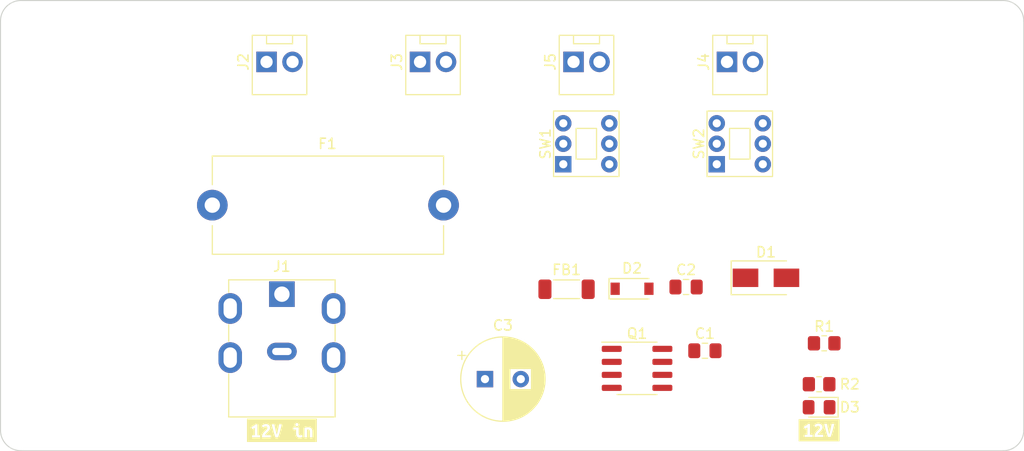
<source format=kicad_pcb>
(kicad_pcb (version 20211014) (generator pcbnew)
  (layers (0 "F.Cu" signal) (31 "B.Cu" signal) (34 "B.Paste" user) (35 "F.Paste" user) (36 "B.SilkS" user "B.Silkscreen") (37 "F.SilkS" user "F.Silkscreen") (38 "B.Mask" user) (39 "F.Mask" user) (44 "Edge.Cuts" user))
  (net 0 "")
  (net 1 "GND")
  (net 2 "Net-(D1-Pad2)")
  (net 3 "Net-(F1-Pad1)")
  (net 4 "+12V")
  (net 5 "Net-(C1-Pad2)")
  (net 6 "Net-(D2-Pad2)")
  (net 7 "Net-(D3-Pad2)")
  (net 8 "Net-(J5-Pad1)")
  (net 11 "Net-(J4-Pad1)")
  (footprint "MountingHole:MountingHole_5.3mm_M5" (layer "F.Cu") (at 100 100)
    (fp_text reference "H3" hide)
    (fp_text value "MountingHole")
    (pad "" np_thru_hole circle (at 0 0) (size 5.3 5.3) (drill 5.3) (layers *.Cu *.Mask))
  )
  (footprint "Capacitor_SMD:C_0805_2012Metric_Pad1.18x1.45mm_HandSolder" (layer "F.Cu") (at 157 94)
    (fp_text reference "C2" (at 0 -1.68) (layer "F.SilkS"))
    (fp_text value "0.1uC")
    (fp_line (start -0.261252 0.735) (end 0.261252 0.735) (layer "F.SilkS") (width 0.12))
    (fp_line (start -0.261252 -0.735) (end 0.261252 -0.735) (layer "F.SilkS") (width 0.12))
    (pad "1" smd roundrect (at -1.0375 0) (size 1.175 1.45) (layers "F.Cu" "F.Paste" "F.Mask") (roundrect_rratio 0.212766) (net 1 "GND"))
    (pad "2" smd roundrect (at 1.0375 0) (size 1.175 1.45) (layers "F.Cu" "F.Paste" "F.Mask") (roundrect_rratio 0.212766) (net 4 "+12V"))
  )
  (footprint "Diode_SMD:D_0805_2012Metric_Pad1.15x1.40mm_HandSolder" (layer "F.Cu") (at 170 105.75 180)
    (fp_text reference "D3" (at -3 0) (layer "F.SilkS"))
    (fp_text value "LED")
    (fp_line (start -1.86 -0.96) (end -1.86 0.96) (layer "F.SilkS") (width 0.12))
    (fp_line (start 1 -0.96) (end -1.86 -0.96) (layer "F.SilkS") (width 0.12))
    (fp_line (start -1.86 0.96) (end 1 0.96) (layer "F.SilkS") (width 0.12))
    (pad "1" smd roundrect (at -1.025 0 180) (size 1.15 1.4) (layers "F.Cu" "F.Paste" "F.Mask") (roundrect_rratio 0.217391) (net 1 "GND"))
    (pad "2" smd roundrect (at 1.025 0 180) (size 1.15 1.4) (layers "F.Cu" "F.Paste" "F.Mask") (roundrect_rratio 0.217391) (net 7 "Net-(D3-Pad2)"))
  )
  (footprint "Capacitor_THT:CP_Radial_D8.0mm_P3.50mm" (layer "F.Cu") (at 137.347349 103)
    (fp_text reference "C3" (at 1.75 -5.25) (layer "F.SilkS"))
    (fp_text value "220uC")
    (fp_line (start 4.191 1.04) (end 4.191 3.28) (layer "F.SilkS") (width 0.12))
    (fp_line (start 3.431 -3.722) (end 3.431 -1.04) (layer "F.SilkS") (width 0.12))
    (fp_line (start 3.871 1.04) (end 3.871 3.493) (layer "F.SilkS") (width 0.12))
    (fp_line (start 5.591 -1.453) (end 5.591 1.453) (layer "F.SilkS") (width 0.12))
    (fp_line (start 4.391 -3.124) (end 4.391 -1.04) (layer "F.SilkS") (width 0.12))
    (fp_line (start 4.831 -2.697) (end 4.831 2.697) (layer "F.SilkS") (width 0.12))
    (fp_line (start 2.591 1.04) (end 2.591 3.994) (layer "F.SilkS") (width 0.12))
    (fp_line (start 2.35 -4.037) (end 2.35 4.037) (layer "F.SilkS") (width 0.12))
    (fp_line (start 3.591 1.04) (end 3.591 3.647) (layer "F.SilkS") (width 0.12))
    (fp_line (start 4.351 -3.156) (end 4.351 -1.04) (layer "F.SilkS") (width 0.12))
    (fp_line (start 2.911 1.04) (end 2.911 3.914) (layer "F.SilkS") (width 0.12))
    (fp_line (start 4.231 -3.25) (end 4.231 -1.04) (layer "F.SilkS") (width 0.12))
    (fp_line (start 2.671 1.04) (end 2.671 3.976) (layer "F.SilkS") (width 0.12))
    (fp_line (start 2.831 -3.936) (end 2.831 -1.04) (layer "F.SilkS") (width 0.12))
    (fp_line (start 5.471 -1.731) (end 5.471 1.731) (layer "F.SilkS") (width 0.12))
    (fp_line (start 1.91 -4.077) (end 1.91 4.077) (layer "F.SilkS") (width 0.12))
    (fp_line (start 2.511 1.04) (end 2.511 4.01) (layer "F.SilkS") (width 0.12))
    (fp_line (start 1.87 -4.079) (end 1.87 4.079) (layer "F.SilkS") (width 0.12))
    (fp_line (start 5.711 -1.098) (end 5.711 1.098) (layer "F.SilkS") (width 0.12))
    (fp_line (start 1.83 -4.08) (end 1.83 4.08) (layer "F.SilkS") (width 0.12))
    (fp_line (start 4.751 -2.784) (end 4.751 2.784) (layer "F.SilkS") (width 0.12))
    (fp_line (start 3.191 -3.821) (end 3.191 -1.04) (layer "F.SilkS") (width 0.12))
    (fp_line (start 3.071 -3.863) (end 3.071 -1.04) (layer "F.SilkS") (width 0.12))
    (fp_line (start 3.391 -3.74) (end 3.391 -1.04) (layer "F.SilkS") (width 0.12))
    (fp_line (start 5.311 -2.034) (end 5.311 2.034) (layer "F.SilkS") (width 0.12))
    (fp_line (start 2.631 1.04) (end 2.631 3.985) (layer "F.SilkS") (width 0.12))
    (fp_line (start 2.591 -3.994) (end 2.591 -1.04) (layer "F.SilkS") (width 0.12))
    (fp_line (start 5.671 -1.229) (end 5.671 1.229) (layer "F.SilkS") (width 0.12))
    (fp_line (start -2.259698 -2.715) (end -2.259698 -1.915) (layer "F.SilkS") (width 0.12))
    (fp_line (start 2.991 1.04) (end 2.991 3.889) (layer "F.SilkS") (width 0.12))
    (fp_line (start 3.751 -3.562) (end 3.751 -1.04) (layer "F.SilkS") (width 0.12))
    (fp_line (start 3.911 -3.469) (end 3.911 -1.04) (layer "F.SilkS") (width 0.12))
    (fp_line (start 4.311 1.04) (end 4.311 3.189) (layer "F.SilkS") (width 0.12))
    (fp_line (start 2.03 -4.071) (end 2.03 4.071) (layer "F.SilkS") (width 0.12))
    (fp_line (start 5.351 -1.964) (end 5.351 1.964) (layer "F.SilkS") (width 0.12))
    (fp_line (start 3.711 1.04) (end 3.711 3.584) (layer "F.SilkS") (width 0.12))
    (fp_line (start 2.551 1.04) (end 2.551 4.002) (layer "F.SilkS") (width 0.12))
    (fp_line (start 2.871 1.04) (end 2.871 3.925) (layer "F.SilkS") (width 0.12))
    (fp_line (start 5.151 -2.287) (end 5.151 2.287) (layer "F.SilkS") (width 0.12))
    (fp_line (start 5.271 -2.102) (end 5.271 2.102) (layer "F.SilkS") (width 0.12))
    (fp_line (start 4.151 -3.309) (end 4.151 -1.04) (layer "F.SilkS") (width 0.12))
    (fp_line (start 4.631 -2.907) (end 4.631 2.907) (layer "F.SilkS") (width 0.12))
    (fp_line (start 5.631 -1.346) (end 5.631 1.346) (layer "F.SilkS") (width 0.12))
    (fp_line (start 3.951 -3.444) (end 3.951 -1.04) (layer "F.SilkS") (width 0.12))
    (fp_line (start 4.791 -2.741) (end 4.791 2.741) (layer "F.SilkS") (width 0.12))
    (fp_line (start 3.271 1.04) (end 3.271 3.79) (layer "F.SilkS") (width 0.12))
    (fp_line (start 3.271 -3.79) (end 3.271 -1.04) (layer "F.SilkS") (width 0.12))
    (fp_line (start 3.671 1.04) (end 3.671 3.606) (layer "F.SilkS") (width 0.12))
    (fp_line (start 4.431 1.04) (end 4.431 3.09) (layer "F.SilkS") (width 0.12))
    (fp_line (start 3.551 -3.666) (end 3.551 -1.04) (layer "F.SilkS") (width 0.12))
    (fp_line (start 4.511 1.04) (end 4.511 3.019) (layer "F.SilkS") (width 0.12))
    (fp_line (start 1.79 -4.08) (end 1.79 4.08) (layer "F.SilkS") (width 0.12))
    (fp_line (start 3.311 1.04) (end 3.311 3.774) (layer "F.SilkS") (width 0.12))
    (fp_line (start 3.631 -3.627) (end 3.631 -1.04) (layer "F.SilkS") (width 0.12))
    (fp_line (start 2.711 -3.967) (end 2.711 -1.04) (layer "F.SilkS") (width 0.12))
    (fp_line (start 2.991 -3.889) (end 2.991 -1.04) (layer "F.SilkS") (width 0.12))
    (fp_line (start 4.311 -3.189) (end 4.311 -1.04) (layer "F.SilkS") (width 0.12))
    (fp_line (start 2.511 -4.01) (end 2.511 -1.04) (layer "F.SilkS") (width 0.12))
    (fp_line (start 4.271 1.04) (end 4.271 3.22) (layer "F.SilkS") (width 0.12))
    (fp_line (start 4.471 -3.055) (end 4.471 -1.04) (layer "F.SilkS") (width 0.12))
    (fp_line (start 2.27 -4.048) (end 2.27 4.048) (layer "F.SilkS") (width 0.12))
    (fp_line (start 2.471 -4.017) (end 2.471 -1.04) (layer "F.SilkS") (width 0.12))
    (fp_line (start 2.791 1.04) (end 2.791 3.947) (layer "F.SilkS") (width 0.12))
    (fp_line (start 3.631 1.04) (end 3.631 3.627) (layer "F.SilkS") (width 0.12))
    (fp_line (start 2.23 -4.052) (end 2.23 4.052) (layer "F.SilkS") (width 0.12))
    (fp_line (start 1.99 -4.074) (end 1.99 4.074) (layer "F.SilkS") (width 0.12))
    (fp_line (start 3.351 1.04) (end 3.351 3.757) (layer "F.SilkS") (width 0.12))
    (fp_line (start 2.07 -4.068) (end 2.07 4.068) (layer "F.SilkS") (width 0.12))
    (fp_line (start 4.591 -2.945) (end 4.591 2.945) (layer "F.SilkS") (width 0.12))
    (fp_line (start 3.031 -3.877) (end 3.031 -1.04) (layer "F.SilkS") (width 0.12))
    (fp_line (start 2.751 1.04) (end 2.751 3.957) (layer "F.SilkS") (width 0.12))
    (fp_line (start 3.511 1.04) (end 3.511 3.686) (layer "F.SilkS") (width 0.12))
    (fp_line (start 3.391 1.04) (end 3.391 3.74) (layer "F.SilkS") (width 0.12))
    (fp_line (start 4.911 -2.604) (end 4.911 2.604) (layer "F.SilkS") (width 0.12))
    (fp_line (start 3.551 1.04) (end 3.551 3.666) (layer "F.SilkS") (width 0.12))
    (fp_line (start 4.431 -3.09) (end 4.431 -1.04) (layer "F.SilkS") (width 0.12))
    (fp_line (start 2.15 -4.061) (end 2.15 4.061) (layer "F.SilkS") (width 0.12))
    (fp_line (start 3.951 1.04) (end 3.951 3.444) (layer "F.SilkS") (width 0.12))
    (fp_line (start 5.111 -2.345) (end 5.111 2.345) (layer "F.SilkS") (width 0.12))
    (fp_line (start 3.471 -3.704) (end 3.471 -1.04) (layer "F.SilkS") (width 0.12))
    (fp_line (start 3.071 1.04) (end 3.071 3.863) (layer "F.SilkS") (width 0.12))
    (fp_line (start 2.631 -3.985) (end 2.631 -1.04) (layer "F.SilkS") (width 0.12))
    (fp_line (start 3.991 1.04) (end 3.991 3.418) (layer "F.SilkS") (width 0.12))
    (fp_line (start 1.95 -4.076) (end 1.95 4.076) (layer "F.SilkS") (width 0.12))
    (fp_line (start 3.351 -3.757) (end 3.351 -1.04) (layer "F.SilkS") (width 0.12))
    (fp_line (start 4.031 1.04) (end 4.031 3.392) (layer "F.SilkS") (width 0.12))
    (fp_line (start 3.911 1.04) (end 3.911 3.469) (layer "F.SilkS") (width 0.12))
    (fp_line (start 3.511 -3.686) (end 3.511 -1.04) (layer "F.SilkS") (width 0.12))
    (fp_line (start 4.391 1.04) (end 4.391 3.124) (layer "F.SilkS") (width 0.12))
    (fp_line (start 4.271 -3.22) (end 4.271 -1.04) (layer "F.SilkS") (width 0.12))
    (fp_line (start 2.39 -4.03) (end 2.39 4.03) (layer "F.SilkS") (width 0.12))
    (fp_line (start 2.711 1.04) (end 2.711 3.967) (layer "F.SilkS") (width 0.12))
    (fp_line (start 2.751 -3.957) (end 2.751 -1.04) (layer "F.SilkS") (width 0.12))
    (fp_line (start 4.111 -3.338) (end 4.111 -1.04) (layer "F.SilkS") (width 0.12))
    (fp_line (start 3.151 1.04) (end 3.151 3.835) (layer "F.SilkS") (width 0.12))
    (fp_line (start 5.831 -0.533) (end 5.831 0.533) (layer "F.SilkS") (width 0.12))
    (fp_line (start 3.671 -3.606) (end 3.671 -1.04) (layer "F.SilkS") (width 0.12))
    (fp_line (start 4.471 1.04) (end 4.471 3.055) (layer "F.SilkS") (width 0.12))
    (fp_line (start 2.31 -4.042) (end 2.31 4.042) (layer "F.SilkS") (width 0.12))
    (fp_line (start 5.511 -1.645) (end 5.511 1.645) (layer "F.SilkS") (width 0.12))
    (fp_line (start 3.791 1.04) (end 3.791 3.54) (layer "F.SilkS") (width 0.12))
    (fp_line (start 2.831 1.04) (end 2.831 3.936) (layer "F.SilkS") (width 0.12))
    (fp_line (start 3.111 1.04) (end 3.111 3.85) (layer "F.SilkS") (width 0.12))
    (fp_line (start 4.071 1.04) (end 4.071 3.365) (layer "F.SilkS") (width 0.12))
    (fp_line (start 4.191 -3.28) (end 4.191 -1.04) (layer "F.SilkS") (width 0.12))
    (fp_line (start 5.391 -1.89) (end 5.391 1.89) (layer "F.SilkS") (width 0.12))
    (fp_line (start 4.671 -2.867) (end 4.671 2.867) (layer "F.SilkS") (width 0.12))
    (fp_line (start -2.659698 -2.315) (end -1.859698 -2.315) (layer "F.SilkS") (width 0.12))
    (fp_line (start 4.551 -2.983) (end 4.551 2.983) (layer "F.SilkS") (width 0.12))
    (fp_line (start 4.111 1.04) (end 4.111 3.338) (layer "F.SilkS") (width 0.12))
    (fp_line (start 5.191 -2.228) (end 5.191 2.228) (layer "F.SilkS") (width 0.12))
    (fp_line (start 3.231 -3.805) (end 3.231 -1.04) (layer "F.SilkS") (width 0.12))
    (fp_line (start 3.751 1.04) (end 3.751 3.562) (layer "F.SilkS") (width 0.12))
    (fp_line (start 4.511 -3.019) (end 4.511 -1.04) (layer "F.SilkS") (width 0.12))
    (fp_line (start 4.871 -2.651) (end 4.871 2.651) (layer "F.SilkS") (width 0.12))
    (fp_line (start 2.951 -3.902) (end 2.951 -1.04) (layer "F.SilkS") (width 0.12))
    (fp_line (start 3.831 -3.517) (end 3.831 -1.04) (layer "F.SilkS") (width 0.12))
    (fp_line (start 2.871 -3.925) (end 2.871 -1.04) (layer "F.SilkS") (width 0.12))
    (fp_line (start 3.831 1.04) (end 3.831 3.517) (layer "F.SilkS") (width 0.12))
    (fp_line (start 3.311 -3.774) (end 3.311 -1.04) (layer "F.SilkS") (width 0.12))
    (fp_line (start 1.75 -4.08) (end 1.75 4.08) (layer "F.SilkS") (width 0.12))
    (fp_line (start 5.551 -1.552) (end 5.551 1.552) (layer "F.SilkS") (width 0.12))
    (fp_line (start 3.191 1.04) (end 3.191 3.821) (layer "F.SilkS") (width 0.12))
    (fp_line (start 4.951 -2.556) (end 4.951 2.556) (layer "F.SilkS") (width 0.12))
    (fp_line (start 4.711 -2.826) (end 4.711 2.826) (layer "F.SilkS") (width 0.12))
    (fp_line (start 3.031 1.04) (end 3.031 3.877) (layer "F.SilkS") (width 0.12))
    (fp_line (start 2.19 -4.057) (end 2.19 4.057) (layer "F.SilkS") (width 0.12))
    (fp_line (start 3.991 -3.418) (end 3.991 -1.04) (layer "F.SilkS") (width 0.12))
    (fp_line (start 3.791 -3.54) (end 3.791 -1.04) (layer "F.SilkS") (width 0.12))
    (fp_line (start 5.431 -1.813) (end 5.431 1.813) (layer "F.SilkS") (width 0.12))
    (fp_line (start 2.471 1.04) (end 2.471 4.017) (layer "F.SilkS") (width 0.12))
    (fp_line (start 4.231 1.04) (end 4.231 3.25) (layer "F.SilkS") (width 0.12))
    (fp_line (start 2.11 -4.065) (end 2.11 4.065) (layer "F.SilkS") (width 0.12))
    (fp_line (start 4.031 -3.392) (end 4.031 -1.04) (layer "F.SilkS") (width 0.12))
    (fp_line (start 4.351 1.04) (end 4.351 3.156) (layer "F.SilkS") (width 0.12))
    (fp_line (start 3.431 1.04) (end 3.431 3.722) (layer "F.SilkS") (width 0.12))
    (fp_line (start 3.231 1.04) (end 3.231 3.805) (layer "F.SilkS") (width 0.12))
    (fp_line (start 2.951 1.04) (end 2.951 3.902) (layer "F.SilkS") (width 0.12))
    (fp_line (start 3.111 -3.85) (end 3.111 -1.04) (layer "F.SilkS") (width 0.12))
    (fp_line (start 2.671 -3.976) (end 2.671 -1.04) (layer "F.SilkS") (width 0.12))
    (fp_line (start 3.871 -3.493) (end 3.871 -1.04) (layer "F.SilkS") (width 0.12))
    (fp_line (start 3.711 -3.584) (end 3.711 -1.04) (layer "F.SilkS") (width 0.12))
    (fp_line (start 2.43 -4.024) (end 2.43 4.024) (layer "F.SilkS") (width 0.12))
    (fp_line (start 4.151 1.04) (end 4.151 3.309) (layer "F.SilkS") (width 0.12))
    (fp_line (start 5.071 -2.4) (end 5.071 2.4) (layer "F.SilkS") (width 0.12))
    (fp_line (start 4.071 -3.365) (end 4.071 -1.04) (layer "F.SilkS") (width 0.12))
    (fp_line (start 3.151 -3.835) (end 3.151 -1.04) (layer "F.SilkS") (width 0.12))
    (fp_line (start 3.591 -3.647) (end 3.591 -1.04) (layer "F.SilkS") (width 0.12))
    (fp_line (start 2.911 -3.914) (end 2.911 -1.04) (layer "F.SilkS") (width 0.12))
    (fp_line (start 5.231 -2.166) (end 5.231 2.166) (layer "F.SilkS") (width 0.12))
    (fp_line (start 3.471 1.04) (end 3.471 3.704) (layer "F.SilkS") (width 0.12))
    (fp_line (start 4.991 -2.505) (end 4.991 2.505) (layer "F.SilkS") (width 0.12))
    (fp_line (start 5.031 -2.454) (end 5.031 2.454) (layer "F.SilkS") (width 0.12))
    (fp_line (start 5.791 -0.768) (end 5.791 0.768) (layer "F.SilkS") (width 0.12))
    (fp_line (start 2.791 -3.947) (end 2.791 -1.04) (layer "F.SilkS") (width 0.12))
    (fp_line (start 5.751 -0.948) (end 5.751 0.948) (layer "F.SilkS") (width 0.12))
    (fp_line (start 2.551 -4.002) (end 2.551 -1.04) (layer "F.SilkS") (width 0.12))
    (fp_circle (center 1.75 0) (end 5.87 0) (layer "F.SilkS") (width 0.12) (fill none))
    (pad "1" thru_hole rect (at 0 0) (size 1.6 1.6) (drill 0.8) (layers *.Cu *.Mask) (net 4 "+12V"))
    (pad "2" thru_hole circle (at 3.5 0) (size 1.6 1.6) (drill 0.8) (layers *.Cu *.Mask) (net 1 "GND"))
  )
  (footprint "Fuse:Fuseholder_Cylinder-5x20mm_Stelvio-Kontek_PTF78_Horizontal_Open" (layer "F.Cu") (at 110.7 86)
    (fp_text reference "F1" (at 11.25 -6) (layer "F.SilkS"))
    (fp_text value "Fuse")
    (fp_line (start 0 4.8) (end 0 2) (layer "F.SilkS") (width 0.12))
    (fp_line (start 22.6 4.8) (end 22.6 2) (layer "F.SilkS") (width 0.12))
    (fp_line (start 22.6 -2) (end 22.6 -4.8) (layer "F.SilkS") (width 0.12))
    (fp_line (start 0 4.8) (end 22.6 4.8) (layer "F.SilkS") (width 0.12))
    (fp_line (start 0 -4.8) (end 22.6 -4.8) (layer "F.SilkS") (width 0.12))
    (fp_line (start 0 -2) (end 0 -4.8) (layer "F.SilkS") (width 0.12))
    (pad "1" thru_hole circle (at 0 0) (size 3 3) (drill 1.5) (layers *.Cu *.Mask) (net 3 "Net-(F1-Pad1)"))
    (pad "2" thru_hole circle (at 22.6 0) (size 3 3) (drill 1.5) (layers *.Cu *.Mask) (net 2 "Net-(D1-Pad2)"))
  )
  (footprint "Button_Switch_THT_custom:SW_Push_2P2T_Toggle_Generic_5_8_x_5_8" (layer "F.Cu") (at 162.25 80 90)
    (fp_text reference "SW2" (at 0 -4 90) (layer "F.SilkS"))
    (fp_text value "SW_Push_DPDT")
    (fp_rect (start -3.2 -3.2) (end 3.2 3.2) (layer "F.SilkS") (width 0.12) (fill none))
    (fp_rect (start -1.5 -1) (end 1.5 1) (layer "F.SilkS") (width 0.12) (fill none))
    (pad "1" thru_hole rect (at -2 -2.25 90) (size 1.6 1.6) (drill 0.8) (layers *.Cu *.Mask))
    (pad "2" thru_hole circle (at 0 -2.25 90) (size 1.6 1.6) (drill 0.8) (layers *.Cu *.Mask) (net 4 "+12V"))
    (pad "3" thru_hole circle (at 2 -2.25 90) (size 1.6 1.6) (drill 0.8) (layers *.Cu *.Mask) (net 11 "Net-(J4-Pad1)"))
    (pad "4" thru_hole circle (at -2 2.25 90) (size 1.6 1.6) (drill 0.8) (layers *.Cu *.Mask))
    (pad "5" thru_hole circle (at 0 2.25 90) (size 1.6 1.6) (drill 0.8) (layers *.Cu *.Mask) (net 4 "+12V"))
    (pad "6" thru_hole circle (at 2 2.25 90) (size 1.6 1.6) (drill 0.8) (layers *.Cu *.Mask) (net 11 "Net-(J4-Pad1)"))
  )
  (footprint "Button_Switch_THT_custom:SW_Push_2P2T_Toggle_Generic_5_8_x_5_8" (layer "F.Cu") (at 147.25 80 90)
    (fp_text reference "SW1" (at 0 -4 90) (layer "F.SilkS"))
    (fp_text value "SW_Push_DPDT")
    (fp_rect (start -3.2 -3.2) (end 3.2 3.2) (layer "F.SilkS") (width 0.12) (fill none))
    (fp_rect (start -1.5 -1) (end 1.5 1) (layer "F.SilkS") (width 0.12) (fill none))
    (pad "1" thru_hole rect (at -2 -2.25 90) (size 1.6 1.6) (drill 0.8) (layers *.Cu *.Mask))
    (pad "2" thru_hole circle (at 0 -2.25 90) (size 1.6 1.6) (drill 0.8) (layers *.Cu *.Mask) (net 4 "+12V"))
    (pad "3" thru_hole circle (at 2 -2.25 90) (size 1.6 1.6) (drill 0.8) (layers *.Cu *.Mask) (net 8 "Net-(J5-Pad1)"))
    (pad "4" thru_hole circle (at -2 2.25 90) (size 1.6 1.6) (drill 0.8) (layers *.Cu *.Mask))
    (pad "5" thru_hole circle (at 0 2.25 90) (size 1.6 1.6) (drill 0.8) (layers *.Cu *.Mask) (net 4 "+12V"))
    (pad "6" thru_hole circle (at 2 2.25 90) (size 1.6 1.6) (drill 0.8) (layers *.Cu *.Mask) (net 8 "Net-(J5-Pad1)"))
  )
  (footprint "Connector_custom:HC-2510-2A" (layer "F.Cu") (at 146 72 90)
    (fp_text reference "J5" (at 0 -2.27 90) (layer "F.SilkS"))
    (fp_text value "12V PWR")
    (fp_line (start 1.778 2.54) (end 2.54 2.54) (layer "F.SilkS") (width 0.12))
    (fp_line (start 1.778 0) (end 1.778 2.54) (layer "F.SilkS") (width 0.12))
    (fp_line (start 2.54 0) (end 1.778 0) (layer "F.SilkS") (width 0.12))
    (fp_rect (start -3.2 -1.395) (end 2.6 3.935) (layer "F.SilkS") (width 0.12) (fill none))
    (pad "1" thru_hole rect (at 0 0 90) (size 2 2) (drill 1.2) (layers *.Cu *.Mask) (net 8 "Net-(J5-Pad1)"))
    (pad "2" thru_hole circle (at 0 2.54 90) (size 2 2) (drill 1.2) (layers *.Cu *.Mask) (net 1 "GND"))
  )
  (footprint "Resistor_SMD:R_0805_2012Metric_Pad1.20x1.40mm_HandSolder" (layer "F.Cu") (at 170.5 99.5)
    (fp_text reference "R1" (at 0 -1.65) (layer "F.SilkS"))
    (fp_text value "10kR")
    (fp_line (start -0.227064 0.735) (end 0.227064 0.735) (layer "F.SilkS") (width 0.12))
    (fp_line (start -0.227064 -0.735) (end 0.227064 -0.735) (layer "F.SilkS") (width 0.12))
    (pad "1" smd roundrect (at -1 0) (size 1.2 1.4) (layers "F.Cu" "F.Paste" "F.Mask") (roundrect_rratio 0.208333) (net 6 "Net-(D2-Pad2)"))
    (pad "2" smd roundrect (at 1 0) (size 1.2 1.4) (layers "F.Cu" "F.Paste" "F.Mask") (roundrect_rratio 0.208333) (net 1 "GND"))
  )
  (footprint "Connector_BarrelJack_custom:BarrelJack_DC-042C-W-2.5_Horizontal" (layer "F.Cu") (at 117.5 106.5 180)
    (fp_text reference "J1" (at 0 14.5) (layer "F.SilkS"))
    (fp_text value "Barrel_Jack_Switch")
    (fp_line (start -5.2 7.2) (end -5.2 8.8) (layer "F.SilkS") (width 0.12))
    (fp_line (start -5.2 -0.2) (end -5.2 4) (layer "F.SilkS") (width 0.12))
    (fp_line (start -5.2 -0.2) (end 5.2 -0.2) (layer "F.SilkS") (width 0.12))
    (fp_line (start -5.2 12) (end -5.2 13.2) (layer "F.SilkS") (width 0.12))
    (fp_line (start 5.2 7.2) (end 5.2 8.8) (layer "F.SilkS") (width 0.12))
    (fp_line (start -5.2 13.2) (end 5.2 13.2) (layer "F.SilkS") (width 0.12))
    (fp_line (start 5.2 -0.2) (end 5.2 4) (layer "F.SilkS") (width 0.12))
    (fp_line (start 5.2 13.2) (end 5.2 12) (layer "F.SilkS") (width 0.12))
    (pad "" np_thru_hole circle (at 0 2.9 180) (size 1.7 1.7) (drill 1.7) (layers F&B.Cu *.Mask))
    (pad "1" thru_hole rect (at 0 11.8 180) (size 2.5 2.5) (drill 1.5) (layers *.Cu *.Mask) (net 3 "Net-(F1-Pad1)"))
    (pad "2" thru_hole oval (at -5.05 5.6 180) (size 2.3 3) (drill oval 1.3 2) (layers *.Cu *.Mask) (net 1 "GND"))
    (pad "2" thru_hole oval (at 5.05 10.4 180) (size 2.3 3) (drill oval 1.3 2) (layers *.Cu *.Mask) (net 1 "GND"))
    (pad "2" thru_hole oval (at 5.05 5.6 180) (size 2.3 3) (drill oval 1.3 2) (layers *.Cu *.Mask) (net 1 "GND"))
    (pad "2" thru_hole oval (at -5.05 10.4 180) (size 2.3 3) (drill oval 1.3 2) (layers *.Cu *.Mask) (net 1 "GND"))
    (pad "3" thru_hole oval (at 0 6.2 180) (size 2.9 1.7) (drill oval 1.9 0.7) (layers *.Cu *.Mask) (net 1 "GND"))
  )
  (footprint "MountingHole:MountingHole_5.3mm_M5" (layer "F.Cu") (at 100 75)
    (fp_text reference "H1" hide)
    (fp_text value "MountingHole")
    (pad "" np_thru_hole circle (at 0 0) (size 5.3 5.3) (drill 5.3) (layers *.Cu *.Mask))
  )
  (footprint "kibuzzard-6388F459" (layer "F.Cu") (at 117.5 108)
    (fp_text reference "kibuzzard-6388F459" hide)
    (fp_text value "G***" hide)
    (fp_poly (pts (xy -2.985214 -1.147101) (xy -3.415162 -1.147101) (xy -3.415162 1.147101) (xy -2.985214 1.147101) (xy -2.137013 1.147101) (xy -2.137013 0.694452) (xy -2.912983 0.694452) (xy -2.912983 0.483949) (xy -2.644696 0.483949) (xy -2.644696 -0.230108) (xy -2.776776 -0.156845) (xy -2.902664 -0.106283) (xy -2.985214 -0.316786) (xy -2.877899 -0.364252) (xy -2.762329 -0.428228) (xy -2.652951 -0.502523) (xy -2.564209 -0.583009) (xy -2.390854 -0.583009) (xy -2.390854 0.483949) (xy -2.137013 0.483949) (xy -2.137013 0.694452) (xy -2.137013 1.147101) (xy -1.098947 1.147101) (xy -1.098947 0.694452) (xy -1.932702 0.694452) (xy -1.937861 0.642858) (xy -1.936829 0.599519) (xy -1.927285 0.500459) (xy -1.89865 0.409654) (xy -1.855311 0.32633) (xy -1.801654 0.249714) (xy -1.740773 0.17903) (xy -1.675765 0.113506) (xy -1.610757 0.051852) (xy -1.549876 -0.007223) (xy -1.45288 -0.118666) (xy -1.414701 -0.228044) (xy -1.462167 -0.348774) (xy -1.581864 -0.391081) (xy -1.707753 -0.362188) (xy -1.837769 -0.265192) (xy -1.963658 -0.442674) (xy -1.874659 -0.518001) (xy -1.772761 -0.570627) (xy -1.664672 -0.601583) (xy -1.557099 -0.611902) (xy -1.406446 -0.589201) (xy -1.278493 -0.521097) (xy -1.189752 -0.406559) (xy -1.156732 -0.246618) (xy -1.181497 -0.119697) (xy -1.247537 -0.001032) (xy -1.340406 0.110411) (xy -1.445657 0.213598) (xy -1.507569 0.272415) (xy -1.573609 0.342583) (xy -1.626235 0.415846) (xy -1.647904 0.483949) (xy -1.098947 0.483949) (xy -1.098947 0.694452) (xy -1.098947 1.147101) (xy -0.636667 1.147101) (xy -0.636667 0.694452) (xy -0.687745 0.542766) (xy -0.741918 0.372507) (xy -0.778378 0.252924) (xy -0.813461 0.13357) (xy -0.847169 0.014446) (xy -0.879043 -0.102385) (xy -0.908623 -0.214859) (xy -0.935911 -0.322977) (xy -0.969963 -0.467439) (xy -0.993696 -0.583009) (xy -0.725408 -0.583009) (xy -0.70993 -0.475952) (xy -0.688261 -0.352901) (xy -0.662206 -0.219789) (xy -0.633571 -0.08255) (xy -0.602615 0.055721) (xy -0.569595 0.191929) (xy -0.535801 0.320139) (xy -0.502523 0.434419) (xy -0.469503 0.321687) (xy -0.436483 0.193993) (xy -0.404495 0.057785) (xy -0.374571 -0.080486) (xy -0.34671 -0.217984) (xy -0.320913 -0.351869) (xy -0.298212 -0.475694) (xy -0.279638 -0.583009) (xy -0.013414 -0.583009) (xy -0.041017 -0.451961) (xy -0.074295 -0.306467) (xy -0.11299 -0.14988) (xy -0.156845 0.014446) (xy -0.188833 0.127265) (xy -0.222885 0.241459) (xy -0.259001 0.357029) (xy -0.296607 0.472025) (xy -0.33513 0.5845) (xy -0.374571 0.694452) (xy -0.636667 0.694452) (xy -0.636667 1.147101) (xy 1.732518 1.147101) (xy 1.732518 0.717153) (xy 1.641455 0.70993) (xy 1.566386 0.688261) (xy 1.459071 0.604679) (xy 1.402318 0.471567) (xy 1.389936 0.387469) (xy 1.385808 0.292021) (xy 1.385808 -0.065008) (xy 1.117521 -0.065008) (xy 1.117521 -0.275511) (xy 1.468358 -0.275511) (xy 1.468358 -0.393144) (xy 1.355884 -0.436483) (xy 1.309449 -0.554117) (xy 1.355884 -0.673814) (xy 1.468358 -0.717153) (xy 1.581864 -0.673814) (xy 1.629331 -0.554117) (xy 1.581864 -0.436483) (xy 1.468358 -0.393144) (xy 1.468358 -0.275511) (xy 1.639649 -0.275511) (xy 1.639649 0.325041) (xy 1.671638 0.454025) (xy 1.777921 0.496332) (xy 1.862534 0.487045) (xy 1.973977 0.448866) (xy 2.006997 0.653177) (xy 1.859439 0.703739) (xy 1.732518 0.717153) (xy 1.732518 1.147101) (xy 2.985214 1.147101) (xy 2.985214 0.694452) (xy 2.731373 0.694452) (xy 2.731373 0.180578) (xy 2.723634 0.06346) (xy 2.700417 -0.015478) (xy 2.574528 -0.075327) (xy 2.517775 -0.073263) (xy 2.458958 -0.067072) (xy 2.458958 0.694452) (xy 2.205117 0.694452) (xy 2.205117 -0.244554) (xy 2.281218 -0.262612) (xy 2.373313 -0.279638) (xy 2.47779 -0.292021) (xy 2.591038 -0.296148) (xy 2.696805 -0.288151) (xy 2.782967 -0.26416) (xy 2.903696 -0.173355) (xy 2.966641 -0.03302) (xy 2.980571 0.052884) (xy 2.985214 0.147558) (xy 2.985214 0.694452) (xy 2.985214 1.147101) (xy 3.415162 1.147101) (xy 3.415162 -1.147101) (xy 2.985214 -1.147101) (xy -2.985214 -1.147101)) (layer "F.SilkS") (width 0) (fill solid))
  )
  (footprint "Diode_SMD:D_SMA" (layer "F.Cu") (at 164.81 93.1)
    (fp_text reference "D1" (at 0 -2.5) (layer "F.SilkS"))
    (fp_text value "SMAJ16CA")
    (fp_line (start -3.4 -1.65) (end -3.4 1.65) (layer "F.SilkS") (width 0.12))
    (fp_line (start -3.4 1.65) (end 2 1.65) (layer "F.SilkS") (width 0.12))
    (fp_line (start -3.4 -1.65) (end 2 -1.65) (layer "F.SilkS") (width 0.12))
    (pad "1" smd rect (at -2 0) (size 2.5 1.8) (layers "F.Cu" "F.Paste" "F.Mask") (net 1 "GND"))
    (pad "2" smd rect (at 2 0) (size 2.5 1.8) (layers "F.Cu" "F.Paste" "F.Mask") (net 2 "Net-(D1-Pad2)"))
  )
  (footprint "Connector_custom:HC-2510-2A" (layer "F.Cu") (at 116 72 90)
    (fp_text reference "J2" (at 0 -2.27 90) (layer "F.SilkS"))
    (fp_text value "12V PWR")
    (fp_line (start 1.778 2.54) (end 2.54 2.54) (layer "F.SilkS") (width 0.12))
    (fp_line (start 1.778 0) (end 1.778 2.54) (layer "F.SilkS") (width 0.12))
    (fp_line (start 2.54 0) (end 1.778 0) (layer "F.SilkS") (width 0.12))
    (fp_rect (start -3.2 -1.395) (end 2.6 3.935) (layer "F.SilkS") (width 0.12) (fill none))
    (pad "1" thru_hole rect (at 0 0 90) (size 2 2) (drill 1.2) (layers *.Cu *.Mask) (net 4 "+12V"))
    (pad "2" thru_hole circle (at 0 2.54 90) (size 2 2) (drill 1.2) (layers *.Cu *.Mask) (net 1 "GND"))
  )
  (footprint "Connector_custom:HC-2510-2A" (layer "F.Cu") (at 161 72 90)
    (fp_text reference "J4" (at 0 -2.27 90) (layer "F.SilkS"))
    (fp_text value "12V PWR")
    (fp_line (start 2.54 0) (end 1.778 0) (layer "F.SilkS") (width 0.12))
    (fp_line (start 1.778 2.54) (end 2.54 2.54) (layer "F.SilkS") (width 0.12))
    (fp_line (start 1.778 0) (end 1.778 2.54) (layer "F.SilkS") (width 0.12))
    (fp_rect (start -3.2 -1.395) (end 2.6 3.935) (layer "F.SilkS") (width 0.12) (fill none))
    (pad "1" thru_hole rect (at 0 0 90) (size 2 2) (drill 1.2) (layers *.Cu *.Mask) (net 11 "Net-(J4-Pad1)"))
    (pad "2" thru_hole circle (at 0 2.54 90) (size 2 2) (drill 1.2) (layers *.Cu *.Mask) (net 1 "GND"))
  )
  (footprint "Inductor_SMD:L_1806_4516Metric" (layer "F.Cu") (at 145.32 94.22)
    (fp_text reference "FB1" (at 0 -1.9) (layer "F.SilkS"))
    (fp_text value "FerriteBead")
    (fp_line (start -1.260242 0.91) (end 1.260242 0.91) (layer "F.SilkS") (width 0.12))
    (fp_line (start -1.260242 -0.91) (end 1.260242 -0.91) (layer "F.SilkS") (width 0.12))
    (pad "1" smd roundrect (at -2.1125 0) (size 1.275 1.9) (layers "F.Cu" "F.Paste" "F.Mask") (roundrect_rratio 0.196078) (net 5 "Net-(C1-Pad2)"))
    (pad "2" smd roundrect (at 2.1125 0) (size 1.275 1.9) (layers "F.Cu" "F.Paste" "F.Mask") (roundrect_rratio 0.196078) (net 4 "+12V"))
  )
  (footprint "Package_SO:SOIC-8_3.9x4.9mm_P1.27mm" (layer "F.Cu") (at 152.21 101.95)
    (fp_text reference "Q1" (at 0 -3.4) (layer "F.SilkS"))
    (fp_text value "DMP3037LSS-13")
    (fp_line (start 0 -2.56) (end -3.45 -2.56) (layer "F.SilkS") (width 0.12))
    (fp_line (start 0 -2.56) (end 1.95 -2.56) (layer "F.SilkS") (width 0.12))
    (fp_line (start 0 2.56) (end -1.95 2.56) (layer "F.SilkS") (width 0.12))
    (fp_line (start 0 2.56) (end 1.95 2.56) (layer "F.SilkS") (width 0.12))
    (pad "1" smd roundrect (at -2.475 -1.905) (size 1.95 0.6) (layers "F.Cu" "F.Paste" "F.Mask") (net 5 "Net-(C1-Pad2)"))
    (pad "2" smd roundrect (at -2.475 -0.635) (size 1.95 0.6) (layers "F.Cu" "F.Paste" "F.Mask") (net 5 "Net-(C1-Pad2)"))
    (pad "3" smd roundrect (at -2.475 0.635) (size 1.95 0.6) (layers "F.Cu" "F.Paste" "F.Mask") (net 5 "Net-(C1-Pad2)"))
    (pad "4" smd roundrect (at -2.475 1.905) (size 1.95 0.6) (layers "F.Cu" "F.Paste" "F.Mask") (net 6 "Net-(D2-Pad2)"))
    (pad "5" smd roundrect (at 2.475 1.905) (size 1.95 0.6) (layers "F.Cu" "F.Paste" "F.Mask") (net 2 "Net-(D1-Pad2)"))
    (pad "6" smd roundrect (at 2.475 0.635) (size 1.95 0.6) (layers "F.Cu" "F.Paste" "F.Mask") (net 2 "Net-(D1-Pad2)"))
    (pad "7" smd roundrect (at 2.475 -0.635) (size 1.95 0.6) (layers "F.Cu" "F.Paste" "F.Mask") (net 2 "Net-(D1-Pad2)"))
    (pad "8" smd roundrect (at 2.475 -1.905) (size 1.95 0.6) (layers "F.Cu" "F.Paste" "F.Mask") (net 2 "Net-(D1-Pad2)"))
  )
  (footprint "Capacitor_SMD:C_0805_2012Metric_Pad1.18x1.45mm_HandSolder" (layer "F.Cu") (at 158.84 100.23)
    (fp_text reference "C1" (at 0 -1.68) (layer "F.SilkS"))
    (fp_text value "0.1uC")
    (fp_line (start -0.261252 0.735) (end 0.261252 0.735) (layer "F.SilkS") (width 0.12))
    (fp_line (start -0.261252 -0.735) (end 0.261252 -0.735) (layer "F.SilkS") (width 0.12))
    (pad "1" smd roundrect (at -1.0375 0) (size 1.175 1.45) (layers "F.Cu" "F.Paste" "F.Mask") (roundrect_rratio 0.212766) (net 1 "GND"))
    (pad "2" smd roundrect (at 1.0375 0) (size 1.175 1.45) (layers "F.Cu" "F.Paste" "F.Mask") (roundrect_rratio 0.212766) (net 5 "Net-(C1-Pad2)"))
  )
  (footprint "MountingHole:MountingHole_5.3mm_M5" (layer "F.Cu") (at 180 100)
    (fp_text reference "H2" hide)
    (fp_text value "MountingHole")
    (pad "" np_thru_hole circle (at 0 0) (size 5.3 5.3) (drill 5.3) (layers *.Cu *.Mask))
  )
  (footprint "kibuzzard-6388F516" (layer "F.Cu") (at 170 108)
    (fp_text reference "kibuzzard-6388F516" hide)
    (fp_text value "G***" hide)
    (fp_poly (pts (xy -1.56931 -1.083125) (xy -1.999258 -1.083125) (xy -1.999258 1.083125) (xy -1.56931 1.083125) (xy -0.637699 1.083125) (xy -0.637699 0.653177) (xy -1.413669 0.653177) (xy -1.413669 0.442674) (xy -1.145381 0.442674) (xy -1.145381 -0.271383) (xy -1.277461 -0.19812) (xy -1.40335 -0.147558) (xy -1.4859 -0.358061) (xy -1.378585 -0.405527) (xy -1.263015 -0.469503) (xy -1.153636 -0.543798) (xy -1.064895 -0.624284) (xy -0.89154 -0.624284) (xy -0.89154 0.442674) (xy -0.637699 0.442674) (xy -0.637699 0.653177) (xy -0.637699 1.083125) (xy 0.400367 1.083125) (xy 0.400367 0.653177) (xy -0.433388 0.653177) (xy -0.438547 0.601583) (xy -0.437515 0.558244) (xy -0.42797 0.459184) (xy -0.399336 0.368379) (xy -0.355997 0.285055) (xy -0.302339 0.208439) (xy -0.241459 0.137755) (xy -0.176451 0.072231) (xy -0.111442 0.010577) (xy -0.050562 -0.048498) (xy 0.046434 -0.159941) (xy 0.084614 -0.269319) (xy 0.037147 -0.390049) (xy -0.08255 -0.432356) (xy -0.208439 -0.403463) (xy -0.338455 -0.306467) (xy -0.464344 -0.483949) (xy -0.375345 -0.559276) (xy -0.273447 -0.611902) (xy -0.165358 -0.642858) (xy -0.057785 -0.653177) (xy 0.092869 -0.630476) (xy 0.220821 -0.562372) (xy 0.309562 -0.447834) (xy 0.342582 -0.287893) (xy 0.317817 -0.160973) (xy 0.251777 -0.042307) (xy 0.158909 0.069136) (xy 0.053657 0.172323) (xy -0.008255 0.23114) (xy -0.074295 0.301308) (xy -0.126921 0.374571) (xy -0.14859 0.442674) (xy 0.400367 0.442674) (xy 0.400367 0.653177) (xy 0.400367 1.083125) (xy 0.862647 1.083125) (xy 0.862647 0.653177) (xy 0.81157 0.501491) (xy 0.757396 0.331232) (xy 0.720937 0.211649) (xy 0.685853 0.092295) (xy 0.652145 -0.026829) (xy 0.620272 -0.14366) (xy 0.590691 -0.256134) (xy 0.563404 -0.364252) (xy 0.529352 -0.508714) (xy 0.505619 -0.624284) (xy 0.773906 -0.624284) (xy 0.789384 -0.517227) (xy 0.811054 -0.394176) (xy 0.837109 -0.261064) (xy 0.865743 -0.123825) (xy 0.896699 0.014446) (xy 0.929719 0.150654) (xy 0.963513 0.278864) (xy 0.996791 0.393144) (xy 1.029811 0.280412) (xy 1.062831 0.152718) (xy 1.094819 0.01651) (xy 1.124744 -0.121761) (xy 1.152604 -0.259259) (xy 1.178401 -0.393144) (xy 1.201102 -0.516969) (xy 1.219676 -0.624284) (xy 1.4859 -0.624284) (xy 1.458297 -0.493236) (xy 1.425019 -0.347742) (xy 1.386324 -0.191155) (xy 1.342469 -0.026829) (xy 1.310481 0.08599) (xy 1.276429 0.200184) (xy 1.240314 0.315754) (xy 1.202708 0.43075) (xy 1.164184 0.543225) (xy 1.124744 0.653177) (xy 0.862647 0.653177) (xy 0.862647 1.083125) (xy 1.56931 1.083125) (xy 1.999258 1.083125) (xy 1.999258 -1.083125) (xy 1.56931 -1.083125) (xy -1.56931 -1.083125)) (layer "F.SilkS") (width 0) (fill solid))
  )
  (footprint "Connector_custom:HC-2510-2A" (layer "F.Cu") (at 131 72 90)
    (fp_text reference "J3" (at 0 -2.27 90) (layer "F.SilkS"))
    (fp_text value "12V PWR")
    (fp_line (start 2.54 0) (end 1.778 0) (layer "F.SilkS") (width 0.12))
    (fp_line (start 1.778 2.54) (end 2.54 2.54) (layer "F.SilkS") (width 0.12))
    (fp_line (start 1.778 0) (end 1.778 2.54) (layer "F.SilkS") (width 0.12))
    (fp_rect (start -3.2 -1.395) (end 2.6 3.935) (layer "F.SilkS") (width 0.12) (fill none))
    (pad "1" thru_hole rect (at 0 0 90) (size 2 2) (drill 1.2) (layers *.Cu *.Mask) (net 4 "+12V"))
    (pad "2" thru_hole circle (at 0 2.54 90) (size 2 2) (drill 1.2) (layers *.Cu *.Mask) (net 1 "GND"))
  )
  (footprint "Diode_SMD:D_SOD-123" (layer "F.Cu") (at 151.72 94.17)
    (fp_text reference "D2" (at 0 -2) (layer "F.SilkS"))
    (fp_text value "MMSZ5240BT1G")
    (fp_line (start -2.25 -1) (end 1.65 -1) (layer "F.SilkS") (width 0.12))
    (fp_line (start -2.25 -1) (end -2.25 1) (layer "F.SilkS") (width 0.12))
    (fp_line (start -2.25 1) (end 1.65 1) (layer "F.SilkS") (width 0.12))
    (pad "1" smd rect (at -1.65 0) (size 0.9 1.2) (layers "F.Cu" "F.Paste" "F.Mask") (net 5 "Net-(C1-Pad2)"))
    (pad "2" smd rect (at 1.65 0) (size 0.9 1.2) (layers "F.Cu" "F.Paste" "F.Mask") (net 6 "Net-(D2-Pad2)"))
  )
  (footprint "Resistor_SMD:R_0805_2012Metric_Pad1.20x1.40mm_HandSolder" (layer "F.Cu") (at 170 103.5 180)
    (fp_text reference "R2" (at -3 0) (layer "F.SilkS"))
    (fp_text value "R")
    (fp_line (start -0.227064 -0.735) (end 0.227064 -0.735) (layer "F.SilkS") (width 0.12))
    (fp_line (start -0.227064 0.735) (end 0.227064 0.735) (layer "F.SilkS") (width 0.12))
    (pad "1" smd roundrect (at -1 0 180) (size 1.2 1.4) (layers "F.Cu" "F.Paste" "F.Mask") (roundrect_rratio 0.208333) (net 4 "+12V"))
    (pad "2" smd roundrect (at 1 0 180) (size 1.2 1.4) (layers "F.Cu" "F.Paste" "F.Mask") (roundrect_rratio 0.208333) (net 7 "Net-(D3-Pad2)"))
  )
  (footprint "MountingHole:MountingHole_5.3mm_M5" (layer "F.Cu") (at 180 75)
    (fp_text reference "H4" hide)
    (fp_text value "MountingHole")
    (pad "" np_thru_hole circle (at 0 0) (size 5.3 5.3) (drill 5.3) (layers *.Cu *.Mask))
  )
  (gr_arc (start 90 68) (mid 90.585786 66.585786) (end 92 66) (layer "Edge.Cuts") (width 0.1))
  (gr_line (start 92 66) (end 188 66) (layer "Edge.Cuts") (width 0.1))
  (gr_arc (start 92 110) (mid 90.585786 109.414214) (end 90 108) (layer "Edge.Cuts") (width 0.1))
  (gr_line (start 190 68) (end 190 108) (layer "Edge.Cuts") (width 0.1))
  (gr_arc (start 188 66) (mid 189.414214 66.585786) (end 190 68) (layer "Edge.Cuts") (width 0.1))
  (gr_line (start 188 110) (end 92 110) (layer "Edge.Cuts") (width 0.1))
  (gr_line (start 90 108) (end 90 68) (layer "Edge.Cuts") (width 0.1))
  (gr_arc (start 190 108) (mid 189.414214 109.414214) (end 188 110) (layer "Edge.Cuts") (width 0.1))
)
</source>
